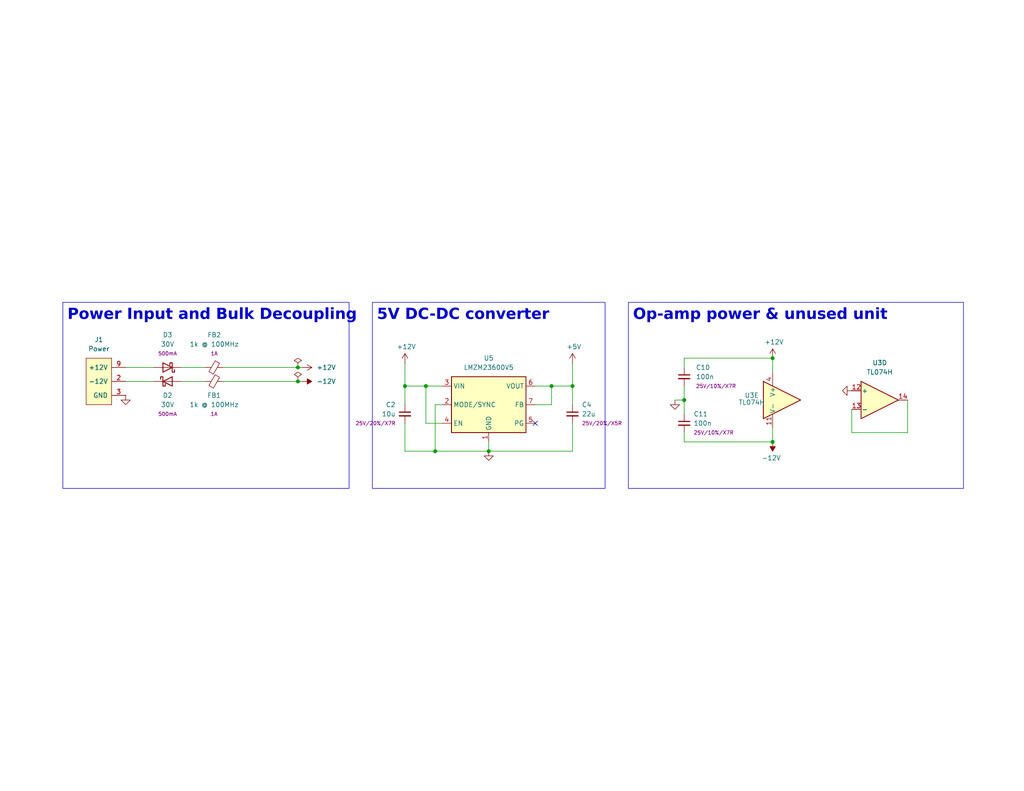
<source format=kicad_sch>
(kicad_sch (version 20231120) (generator "eeschema") (generator_version "8.0")
  (paper "USLetter")
  (title_block (title "Speak to Me") (date "2024-08-28") (rev "v10") (company "Winterbloom") (comment 1 "Alethea Flowers") (comment 2 "CERN-OHL-P v2") (comment 3 "speak.wntr.dev"))
  (lib_symbols
    (symbol "Device:C_Small" (pin_numbers hide) (pin_names (offset 0.254) hide)
      (property "Reference" "C" (at 0.254 1.778 0))
      (property "Value" "C_Small" (at 0.254 -2.032 0))
      (symbol "C_Small_0_1"
        (polyline (pts (xy -1.524 -0.508) (xy 1.524 -0.508)) (stroke (width 0.3302)))
        (polyline (pts (xy -1.524 0.508) (xy 1.524 0.508)) (stroke (width 0.3048)))
      )
      (symbol "C_Small_1_1"
        (pin passive line (at 0 2.54 270) (length 2.032) (name "~") (number "1"))
        (pin passive line (at 0 -2.54 90) (length 2.032) (name "~") (number "2"))
      )
    )
    (symbol "Device:FerriteBead_Small" (pin_numbers hide) (pin_names (offset 0))
      (property "Reference" "FB" (at 1.905 1.27 0))
      (property "Value" "FerriteBead_Small" (at 1.905 -1.27 0))
      (symbol "FerriteBead_Small_0_1"
        (polyline (pts (xy 0 -1.27) (xy 0 -0.7874)))
        (polyline (pts (xy 0 0.889) (xy 0 1.2954)))
        (polyline (pts (xy -1.8288 0.2794) (xy -1.1176 1.4986) (xy 1.8288 -0.2032) (xy 1.1176 -1.4224) (xy -1.8288 0.2794)))
      )
      (symbol "FerriteBead_Small_1_1"
        (pin passive line (at 0 2.54 270) (length 1.27) (name "~") (number "1"))
        (pin passive line (at 0 -2.54 90) (length 1.27) (name "~") (number "2"))
      )
    )
    (symbol "Diode:1N5819" (pin_numbers hide) (pin_names (offset 1.016) hide)
      (property "Reference" "D" (at 0 2.54 0))
      (property "Value" "1N5819" (at 0 -2.54 0))
      (symbol "1N5819_0_1"
        (polyline (pts (xy 1.27 0) (xy -1.27 0)))
        (polyline (pts (xy 1.27 1.27) (xy 1.27 -1.27) (xy -1.27 0) (xy 1.27 1.27)) (stroke (width 0.254)))
        (polyline (pts (xy -1.905 0.635) (xy -1.905 1.27) (xy -1.27 1.27) (xy -1.27 -1.27) (xy -0.635 -1.27) (xy -0.635 -0.635)) (stroke (width 0.254)))
      )
      (symbol "1N5819_1_1"
        (pin passive line (at -3.81 0 0) (length 2.54) (name "K") (number "1"))
        (pin passive line (at 3.81 0 180) (length 2.54) (name "A") (number "2"))
      )
    )
    (symbol "Eurorack_Power_1" (pin_names (offset 1.016))
      (property "Reference" "J" (at -0.635 7.62 0))
      (property "Value" "Eurorack_Power" (at 0 -7.62 0))
      (symbol "Eurorack_Power_1_0_1"
        (rectangle (start -3.175 6.35) (end 3.81 -6.35) (fill (type background)))
      )
      (symbol "Eurorack_Power_1_1_1"
        (pin power_out line (at 7.62 0 180) (length 3.81) hide (name "-12V") (number "1"))
        (pin passive line (at 7.62 3.81 180) (length 3.81) hide (name "+12V") (number "10"))
        (pin passive line (at 7.62 0 180) (length 3.81) (name "-12V") (number "2"))
        (pin power_out line (at 7.62 -3.81 180) (length 3.81) (name "GND") (number "3"))
        (pin passive line (at 7.62 -3.81 180) (length 3.81) hide (name "GND") (number "4"))
        (pin passive line (at 7.62 -3.81 180) (length 3.81) hide (name "GND") (number "5"))
        (pin passive line (at 7.62 -3.81 180) (length 3.81) hide (name "GND") (number "6"))
        (pin passive line (at 7.62 -3.81 180) (length 3.81) hide (name "GND") (number "7"))
        (pin passive line (at 7.62 -3.81 180) (length 3.81) hide (name "GND") (number "8"))
        (pin power_out line (at 7.62 3.81 180) (length 3.81) (name "+12V") (number "9"))
      )
    )
    (symbol "Regulator_Switching:LMZM23600V5"
      (property "Reference" "U" (at -8.89 8.89 0))
      (property "Value" "LMZM23600V5" (at 6.35 8.89 0))
      (symbol "LMZM23600V5_0_1"
        (rectangle (start -10.16 7.62) (end 10.16 -7.62) (stroke (width 0.254)) (fill (type background)))
      )
      (symbol "LMZM23600V5_1_1"
        (pin power_in line (at 0 -10.16 90) (length 2.54) (name "GND") (number "1"))
        (pin no_connect line (at -2.54 -7.62 90) (length 2.54) hide (name "~") (number "10"))
        (pin passive line (at 0 -10.16 90) (length 2.54) hide (name "GND") (number "11"))
        (pin input line (at -12.7 0 0) (length 2.54) (name "MODE/SYNC") (number "2"))
        (pin power_in line (at -12.7 5.08 0) (length 2.54) (name "VIN") (number "3"))
        (pin input line (at -12.7 -5.08 0) (length 2.54) (name "EN") (number "4"))
        (pin open_collector line (at 12.7 -5.08 180) (length 2.54) (name "PG") (number "5"))
        (pin power_out line (at 12.7 5.08 180) (length 2.54) (name "VOUT") (number "6"))
        (pin input line (at 12.7 0 180) (length 2.54) (name "FB") (number "7"))
        (pin no_connect line (at 5.08 -7.62 90) (length 2.54) hide (name "~") (number "8"))
        (pin no_connect line (at 2.54 -7.62 90) (length 2.54) hide (name "~") (number "9"))
      )
    )
    (symbol "power:+12V" (power) (pin_numbers hide) (pin_names (offset 0) hide)
      (property "Value" "+12V" (at 0 3.556 0))
      (symbol "+12V_0_1"
        (polyline (pts (xy -0.762 1.27) (xy 0 2.54)))
        (polyline (pts (xy 0 0) (xy 0 2.54)))
        (polyline (pts (xy 0 2.54) (xy 0.762 1.27)))
      )
      (symbol "+12V_1_1"
        (pin power_in line (at 0 0 90) (length 0) (name "~") (number "1"))
      )
    )
    (symbol "power:+5V" (power) (pin_numbers hide) (pin_names (offset 0) hide)
      (property "Value" "+5V" (at 0 3.556 0))
      (symbol "+5V_0_1"
        (polyline (pts (xy -0.762 1.27) (xy 0 2.54)))
        (polyline (pts (xy 0 0) (xy 0 2.54)))
        (polyline (pts (xy 0 2.54) (xy 0.762 1.27)))
      )
      (symbol "+5V_1_1"
        (pin power_in line (at 0 0 90) (length 0) (name "~") (number "1"))
      )
    )
    (symbol "power:-12V" (power) (pin_numbers hide) (pin_names (offset 0) hide)
      (property "Value" "-12V" (at 0 3.556 0))
      (symbol "-12V_0_0"
        (pin power_in line (at 0 0 90) (length 0) (name "~") (number "1"))
      )
      (symbol "-12V_0_1"
        (polyline (pts (xy 0 0) (xy 0 1.27) (xy 0.762 1.27) (xy 0 2.54) (xy -0.762 1.27) (xy 0 1.27)) (fill (type outline)))
      )
    )
    (symbol "power:GND" (power) (pin_numbers hide) (pin_names (offset 0) hide)
      (property "Value" "GND" (at 0 -3.81 0))
      (symbol "GND_0_1"
        (polyline (pts (xy 0 0) (xy 0 -1.27) (xy 1.27 -1.27) (xy 0 -2.54) (xy -1.27 -1.27) (xy 0 -1.27)))
      )
      (symbol "GND_1_1"
        (pin power_in line (at 0 0 270) (length 0) (name "~") (number "1"))
      )
    )
    (symbol "power:PWR_FLAG" (power) (pin_numbers hide) (pin_names (offset 0) hide)
      (property "Value" "PWR_FLAG" (at 0 3.81 0))
      (symbol "PWR_FLAG_0_0"
        (pin power_out line (at 0 0 90) (length 0) (name "~") (number "1"))
      )
      (symbol "PWR_FLAG_0_1"
        (polyline (pts (xy 0 0) (xy 0 1.27) (xy -1.016 1.905) (xy 0 2.54) (xy 1.016 1.905) (xy 0 1.27)))
      )
    )
    (symbol "winterbloom:TL074" (pin_names (offset 0.127))
      (property "Reference" "U" (at 0 3.81 0))
      (property "Value" "TL074" (at 0 -3.81 0))
      (symbol "TL074_1_1"
        (polyline (pts (xy -5.08 5.08) (xy 5.08 0) (xy -5.08 -5.08) (xy -5.08 5.08)) (stroke (width 0.254)) (fill (type background)))
        (pin output line (at 7.62 0 180) (length 2.54) (name "~") (number "1"))
        (pin input line (at -7.62 -2.54 0) (length 2.54) (name "-") (number "2"))
        (pin input line (at -7.62 2.54 0) (length 2.54) (name "+") (number "3"))
      )
      (symbol "TL074_2_1"
        (polyline (pts (xy -5.08 5.08) (xy 5.08 0) (xy -5.08 -5.08) (xy -5.08 5.08)) (stroke (width 0.254)) (fill (type background)))
        (pin input line (at -7.62 2.54 0) (length 2.54) (name "+") (number "5"))
        (pin input line (at -7.62 -2.54 0) (length 2.54) (name "-") (number "6"))
        (pin output line (at 7.62 0 180) (length 2.54) (name "~") (number "7"))
      )
      (symbol "TL074_3_1"
        (polyline (pts (xy -5.08 5.08) (xy 5.08 0) (xy -5.08 -5.08) (xy -5.08 5.08)) (stroke (width 0.254)) (fill (type background)))
        (pin input line (at -7.62 2.54 0) (length 2.54) (name "+") (number "10"))
        (pin output line (at 7.62 0 180) (length 2.54) (name "~") (number "8"))
        (pin input line (at -7.62 -2.54 0) (length 2.54) (name "-") (number "9"))
      )
      (symbol "TL074_4_1"
        (polyline (pts (xy -5.08 5.08) (xy 5.08 0) (xy -5.08 -5.08) (xy -5.08 5.08)) (stroke (width 0.254)) (fill (type background)))
        (pin input line (at -7.62 2.54 0) (length 2.54) (name "+") (number "12"))
        (pin input line (at -7.62 -2.54 0) (length 2.54) (name "-") (number "13"))
        (pin output line (at 7.62 0 180) (length 2.54) (name "~") (number "14"))
      )
      (symbol "TL074_5_1"
        (polyline (pts (xy -5.08 5.08) (xy 5.08 0) (xy -5.08 -5.08) (xy -5.08 5.08)) (stroke (width 0.254)) (fill (type background)))
        (pin power_in line (at -2.54 -7.62 90) (length 3.81) (name "V-") (number "11"))
        (pin power_in line (at -2.54 7.62 270) (length 3.81) (name "V+") (number "4"))
      )
    )
  )
  (junction (at 118.745 123.19))
  (junction (at 156.21 105.41))
  (junction (at 150.495 105.41))
  (junction (at 81.28 104.14))
  (junction (at 186.69 109.22))
  (junction (at 116.205 105.41))
  (junction (at 81.28 100.33))
  (junction (at 110.49 105.41))
  (junction (at 210.82 97.79))
  (junction (at 133.35 123.19))
  (junction (at 210.82 120.65))
  (no_connect (at 146.05 115.57))
  (wire (pts (xy 49.53 100.33) (xy 55.88 100.33)))
  (wire (pts (xy 146.05 105.41) (xy 150.495 105.41)))
  (wire (pts (xy 110.49 123.19) (xy 118.745 123.19)))
  (wire (pts (xy 118.745 123.19) (xy 133.35 123.19)))
  (wire (pts (xy 150.495 105.41) (xy 156.21 105.41)))
  (wire (pts (xy 110.49 105.41) (xy 116.205 105.41)))
  (wire (pts (xy 81.28 100.33) (xy 82.55 100.33)))
  (wire (pts (xy 120.65 110.49) (xy 118.745 110.49)))
  (wire (pts (xy 116.205 105.41) (xy 120.65 105.41)))
  (wire (pts (xy 186.69 97.79) (xy 186.69 100.33)))
  (wire (pts (xy 110.49 99.06) (xy 110.49 105.41)))
  (wire (pts (xy 156.21 123.19) (xy 156.21 115.57)))
  (wire (pts (xy 210.82 97.79) (xy 186.69 97.79)))
  (wire (pts (xy 81.28 104.14) (xy 82.55 104.14)))
  (wire (pts (xy 186.69 105.41) (xy 186.69 109.22)))
  (wire (pts (xy 34.29 104.14) (xy 41.91 104.14)))
  (wire (pts (xy 133.35 123.19) (xy 133.35 120.65)))
  (wire (pts (xy 116.205 115.57) (xy 116.205 105.41)))
  (wire (pts (xy 133.35 123.19) (xy 156.21 123.19)))
  (wire (pts (xy 232.41 118.11) (xy 247.65 118.11)))
  (wire (pts (xy 184.15 109.22) (xy 186.69 109.22)))
  (wire (pts (xy 186.69 118.11) (xy 186.69 120.65)))
  (wire (pts (xy 60.96 104.14) (xy 81.28 104.14)))
  (wire (pts (xy 210.82 97.79) (xy 210.82 101.6)))
  (wire (pts (xy 150.495 110.49) (xy 146.05 110.49)))
  (wire (pts (xy 156.21 110.49) (xy 156.21 105.41)))
  (wire (pts (xy 118.745 110.49) (xy 118.745 123.19)))
  (wire (pts (xy 110.49 110.49) (xy 110.49 105.41)))
  (wire (pts (xy 150.495 105.41) (xy 150.495 110.49)))
  (wire (pts (xy 110.49 123.19) (xy 110.49 115.57)))
  (wire (pts (xy 247.65 118.11) (xy 247.65 109.22)))
  (wire (pts (xy 156.21 105.41) (xy 156.21 99.06)))
  (wire (pts (xy 210.82 116.84) (xy 210.82 120.65)))
  (wire (pts (xy 120.65 115.57) (xy 116.205 115.57)))
  (wire (pts (xy 49.53 104.14) (xy 55.88 104.14)))
  (wire (pts (xy 232.41 111.76) (xy 232.41 118.11)))
  (wire (pts (xy 186.69 120.65) (xy 210.82 120.65)))
  (wire (pts (xy 60.96 100.33) (xy 81.28 100.33)))
  (wire (pts (xy 34.29 100.33) (xy 41.91 100.33)))
  (wire (pts (xy 186.69 109.22) (xy 186.69 113.03)))
  (rectangle (start 101.6 82.55) (end 165.1 133.35))
  (rectangle (start 171.45 82.55) (end 262.89 133.35))
  (rectangle (start 17.145 82.55) (end 95.25 133.35))
  (text "Power Input and Bulk Decoupling" (at 18.415 85.09 0) (effects (font (size 3 3) (thickness 0.508) (bold yes)) (justify left top)))
  (text "5V DC-DC converter" (at 102.87 85.09 0) (effects (font (size 3 3) (thickness 0.508) (bold yes)) (justify left top)))
  (text "Op-amp power & unused unit" (at 172.72 85.09 0) (effects (font (size 3 3) (thickness 0.508) (bold yes)) (justify left top)))
  (symbol (lib_id "Device:FerriteBead_Small") (at 58.42 100.33 270) (unit 1)
    (property "Reference" "FB2" (at 58.4581 91.44 90))
    (property "Value" "1k @ 100MHz" (at 58.4581 93.98 90))
    (property "Footprint" "winterbloom:L_0603_HandSolder" (effects (hide yes)))
    (property "Rating" "1A" (at 58.4581 96.52 90) (effects (font (size 1 1))))
    (property "MPN" "BLM18KG102SN1D" (effects (hide yes)))
    (property "LCSC" "C160982" (effects (hide yes)))
    (property "Substitutes Allowed" "Ask" (effects (hide yes)))
  )
  (symbol (lib_id "Device:C_Small") (at 110.49 113.03 0) (unit 1)
    (property "Reference" "C2" (at 107.95 110.4962 0) (effects (justify right)))
    (property "Value" "10u" (at 107.95 113.0362 0) (effects (justify right)))
    (property "Footprint" "winterbloom:C_1210_HandSolder" (effects (hide yes)))
    (property "Notes" "Bulk cap" (effects (hide yes)))
    (property "Rating" "25V/20%/X7R" (at 107.95 115.5763 0) (effects (font (size 1 1)) (justify right)))
    (property "Substitutes Allowed" "Ask" (effects (hide yes)))
  )
  (symbol (lib_id "power:+5V") (at 156.21 99.06 0) (unit 1)
    (property "Reference" "#PWR034" (effects (hide yes)))
    (property "Value" "+5V" (at 156.591 94.6658 0))
    (property "Description" "Power symbol creates a global label with name \"+5V\"" (effects (hide yes)))
  )
  (symbol (lib_id "winterbloom:TL074") (at 213.36 109.22 0) (unit 5)
    (property "Reference" "U3" (at 205.105 107.95 0))
    (property "Value" "TL074H" (at 205.105 109.855 0))
    (property "Footprint" "Package_SO:TSSOP-14_4.4x5mm_P0.65mm" (effects (hide yes)))
    (property "Datasheet" "https://www.ti.com/lit/ds/symlink/tl071.pdf" (effects (hide yes)))
    (property "Description" "Low-Power, Quad-Operational Amplifiers, TSSOP-14" (effects (hide yes)))
    (property "MPN" "TL074CPW" (effects (hide yes)))
    (property "Substitutes Allowed" "No" (effects (hide yes)))
  )
  (symbol (lib_id "power:GND") (at 133.35 123.19 0) (unit 1)
    (property "Reference" "#PWR033" (effects (hide yes)))
    (property "Value" "GND" (effects (hide yes)))
    (property "Description" "Power symbol creates a global label with name \"GND\" , ground" (effects (hide yes)))
  )
  (symbol (lib_id "power:GND") (at 184.15 109.22 0) (unit 1)
    (property "Reference" "#PWR032" (effects (hide yes)))
    (property "Value" "GND" (effects (hide yes)))
    (property "Description" "Power symbol creates a global label with name \"GND\" , ground" (effects (hide yes)))
  )
  (symbol (lib_id "power:GND") (at 232.41 106.68 270) (unit 1)
    (property "Reference" "#PWR018" (effects (hide yes)))
    (property "Value" "GND" (effects (hide yes)))
    (property "Description" "Power symbol creates a global label with name \"GND\" , ground" (effects (hide yes)))
  )
  (symbol (lib_id "power:+12V") (at 210.82 97.79 0) (unit 1)
    (property "Reference" "#PWR07" (effects (hide yes)))
    (property "Value" "+12V" (at 211.201 93.3958 0))
    (property "Description" "Power symbol creates a global label with name \"+12V\"" (effects (hide yes)))
  )
  (symbol (lib_id "Diode:1N5819") (at 45.72 104.14 0) (unit 1)
    (property "Reference" "D2" (at 45.72 107.95 0))
    (property "Value" "30V" (at 45.72 110.49 0))
    (property "Footprint" "winterbloom:D_SOD-123+SOD-123F" (effects (hide yes)))
    (property "Datasheet" "http://www.vishay.com/docs/88525/1n5817.pdf" (effects (hide yes)))
    (property "Notes" "Power diode, any PMEGxxxxEGW part, 500mA If" (effects (hide yes)))
    (property "Rating" "500mA" (at 45.72 113.03 0) (effects (font (size 1 1))))
    (property "MPN" "PMEG4005EH,115" (effects (hide yes)))
    (property "DigiKey" "1727-3876-1-ND" (effects (hide yes)))
    (property "LCSC" "C133636" (effects (hide yes)))
    (property "Substitutes Allowed" "Ask" (effects (hide yes)))
  )
  (symbol (lib_id "power:+12V") (at 82.55 100.33 270) (unit 1)
    (property "Reference" "#PWR046" (effects (hide yes)))
    (property "Value" "+12V" (at 86.36 100.3299 90) (effects (justify left)))
    (property "Description" "Power symbol creates a global label with name \"+12V\"" (effects (hide yes)))
  )
  (symbol (lib_id "Diode:1N5819") (at 45.72 100.33 180) (unit 1)
    (property "Reference" "D3" (at 45.72 91.44 0))
    (property "Value" "30V" (at 45.72 93.98 0))
    (property "Footprint" "winterbloom:D_SOD-123+SOD-123F" (effects (hide yes)))
    (property "Datasheet" "http://www.vishay.com/docs/88525/1n5817.pdf" (effects (hide yes)))
    (property "Notes" "Power diode, any PMEGxxxxEGW part, 500mA If" (effects (hide yes)))
    (property "Rating" "500mA" (at 45.72 96.52 0) (effects (font (size 1 1))))
    (property "MPN" "PMEG4005EH,115" (effects (hide yes)))
    (property "DigiKey" "1727-3876-1-ND" (effects (hide yes)))
    (property "LCSC" "C133636" (effects (hide yes)))
    (property "Substitutes Allowed" "Ask" (effects (hide yes)))
  )
  (symbol (lib_id "power:GND") (at 34.29 107.95 0) (unit 1)
    (property "Reference" "#PWR012" (effects (hide yes)))
    (property "Value" "GND" (effects (hide yes)))
    (property "Description" "Power symbol creates a global label with name \"GND\" , ground" (effects (hide yes)))
  )
  (symbol (lib_id "power:-12V") (at 82.55 104.14 270) (unit 1)
    (property "Reference" "#PWR047" (effects (hide yes)))
    (property "Value" "-12V" (at 86.36 104.1399 90) (effects (justify left)))
    (property "Description" "Power symbol creates a global label with name \"-12V\"" (effects (hide yes)))
  )
  (symbol (lib_id "Device:FerriteBead_Small") (at 58.42 104.14 270) (unit 1)
    (property "Reference" "FB1" (at 58.42 107.95 90))
    (property "Value" "1k @ 100MHz" (at 58.42 110.49 90))
    (property "Footprint" "winterbloom:L_0603_HandSolder" (effects (hide yes)))
    (property "Rating" "1A" (at 58.42 113.03 90) (effects (font (size 1 1))))
    (property "MPN" "BLM18KG102SN1D" (effects (hide yes)))
    (property "LCSC" "C160982" (effects (hide yes)))
    (property "Substitutes Allowed" "Ask" (effects (hide yes)))
  )
  (symbol (lib_id "Device:C_Small") (at 186.69 102.87 0) (unit 1)
    (property "Reference" "C10" (at 189.865 100.3362 0) (effects (justify left)))
    (property "Value" "100n" (at 189.865 102.8762 0) (effects (justify left)))
    (property "Footprint" "winterbloom:C_0603_HandSolder" (effects (hide yes)))
    (property "Notes" "Bypass cap" (effects (hide yes)))
    (property "Rating" "25V/10%/X7R" (at 189.865 105.4163 0) (effects (font (size 1 1)) (justify left)))
    (property "MPN" "CL10B104KB8NNNC" (effects (hide yes)))
    (property "LCSC" "C1591" (effects (hide yes)))
    (property "Substitutes Allowed" "Yes" (effects (hide yes)))
  )
  (symbol (lib_id "power:+12V") (at 110.49 99.06 0) (unit 1)
    (property "Reference" "#PWR021" (effects (hide yes)))
    (property "Value" "+12V" (at 110.871 94.6658 0))
    (property "Description" "Power symbol creates a global label with name \"+12V\"" (effects (hide yes)))
  )
  (symbol (lib_id "power:PWR_FLAG") (at 81.28 100.33 0) (unit 1)
    (property "Reference" "#FLG01" (effects (hide yes)))
    (property "Value" "PWR_FLAG" (effects (hide yes)))
    (property "Description" "Special symbol for telling ERC where power comes from" (effects (hide yes)))
  )
  (symbol (lib_id "power:-12V") (at 210.82 120.65 180) (unit 1)
    (property "Reference" "#PWR010" (effects (hide yes)))
    (property "Value" "-12V" (at 210.439 125.0442 0))
    (property "Description" "Power symbol creates a global label with name \"-12V\"" (effects (hide yes)))
  )
  (symbol (lib_name "Eurorack_Power_1") (lib_id "winterbloom:Eurorack_Power") (at 26.67 104.14 0) (unit 1)
    (property "Reference" "J1" (at 26.9875 92.71 0))
    (property "Value" "Power" (at 26.9875 95.25 0))
    (property "Footprint" "winterbloom:Eurorack_Power_2x5_Shrouded_Lock_LongPads" (effects (hide yes)))
    (property "Datasheet" "https://static6.arrow.com/aropdfconversion/1507f1621f4e67855dd466ebb3ac550d52564a9d/32302-sxx1.pdf" (effects (hide yes)))
    (property "Description" "Shrouded, keyed, Eurorack power header, 02x05, 2.54mm spacing" (effects (hide yes)))
    (property "MPN" "302-S101" (effects (hide yes)))
  )
  (symbol (lib_id "power:PWR_FLAG") (at 81.28 104.14 0) (unit 1)
    (property "Reference" "#FLG02" (effects (hide yes)))
    (property "Value" "PWR_FLAG" (effects (hide yes)))
    (property "Description" "Special symbol for telling ERC where power comes from" (effects (hide yes)))
  )
  (symbol (lib_id "Device:C_Small") (at 156.21 113.03 0) (unit 1)
    (property "Reference" "C4" (at 158.75 110.4962 0) (effects (justify left)))
    (property "Value" "22u" (at 158.75 113.0362 0) (effects (justify left)))
    (property "Footprint" "winterbloom:C_0805_HandSolder" (effects (hide yes)))
    (property "Notes" "Bulk cap" (effects (hide yes)))
    (property "Rating" "25V/20%/X5R" (at 158.75 115.5763 0) (effects (font (size 1 1)) (justify left)))
    (property "MPN" "CL21A226MAQNNNE" (effects (hide yes)))
    (property "LCSC" "C45783" (effects (hide yes)))
    (property "Substitutes Allowed" "Yes" (effects (hide yes)))
  )
  (symbol (lib_id "winterbloom:TL074") (at 240.03 109.22 0) (unit 4)
    (property "Reference" "U3" (at 240.03 99.06 0))
    (property "Value" "TL074H" (at 240.03 101.6 0))
    (property "Footprint" "Package_SO:TSSOP-14_4.4x5mm_P0.65mm" (effects (hide yes)))
    (property "Datasheet" "https://www.ti.com/lit/ds/symlink/tl071.pdf" (effects (hide yes)))
    (property "Description" "Low-Power, Quad-Operational Amplifiers, TSSOP-14" (effects (hide yes)))
    (property "MPN" "TL074CPW" (effects (hide yes)))
    (property "Substitutes Allowed" "No" (effects (hide yes)))
  )
  (symbol (lib_id "Device:C_Small") (at 186.69 115.57 0) (unit 1)
    (property "Reference" "C11" (at 189.23 113.0362 0) (effects (justify left)))
    (property "Value" "100n" (at 189.23 115.5762 0) (effects (justify left)))
    (property "Footprint" "winterbloom:C_0603_HandSolder" (effects (hide yes)))
    (property "Notes" "Bypass cap" (effects (hide yes)))
    (property "Rating" "25V/10%/X7R" (at 189.23 118.1163 0) (effects (font (size 1 1)) (justify left)))
    (property "MPN" "CL10B104KB8NNNC" (effects (hide yes)))
    (property "LCSC" "C1591" (effects (hide yes)))
    (property "Substitutes Allowed" "Yes" (effects (hide yes)))
  )
  (symbol (lib_id "Regulator_Switching:LMZM23600V5") (at 133.35 110.49 0) (unit 1)
    (property "Reference" "U5" (at 133.35 97.79 0))
    (property "Value" "LMZM23600V5" (at 133.35 100.33 0))
    (property "Footprint" "Package_LGA:Texas_SIL0010A_MicroSiP-10-1EP_3.8x3mm_P0.6mm_EP0.7x2.9mm_ThermalVias" (effects (hide yes)))
    (property "Datasheet" "http://www.ti.com/lit/ds/symlink/lmzm23600.pdf" (effects (hide yes)))
    (property "Description" "0.5A 5V Step-Down DC/DC Power Module in 3.8x3mm, MicroSIP-10" (effects (hide yes)))
  )
)
</source>
